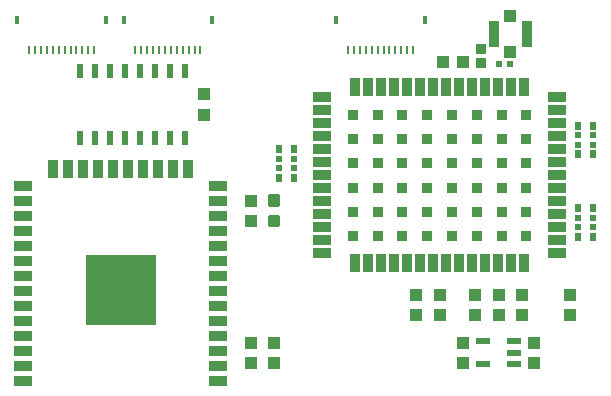
<source format=gtp>
G04 EAGLE Gerber RS-274X export*
G75*
%MOMM*%
%FSLAX34Y34*%
%LPD*%
%INSolderpaste Top*%
%IPPOS*%
%AMOC8*
5,1,8,0,0,1.08239X$1,22.5*%
G01*
%ADD10C,0.300000*%
%ADD11R,1.000000X1.100000*%
%ADD12R,0.900000X0.850000*%
%ADD13R,1.100000X1.000000*%
%ADD14R,0.600000X0.600000*%
%ADD15R,0.850000X1.520000*%
%ADD16R,1.520000X0.850000*%
%ADD17R,0.900000X0.900000*%
%ADD18R,0.550000X0.800000*%
%ADD19R,0.550000X0.500000*%
%ADD20R,1.500000X0.900000*%
%ADD21R,0.900000X1.500000*%
%ADD22R,6.000000X6.000000*%
%ADD23R,0.850000X2.200000*%
%ADD24R,1.000000X1.050000*%
%ADD25R,0.600000X1.200000*%
%ADD26R,0.400000X0.800000*%
%ADD27R,0.250000X0.650000*%
%ADD28R,1.200000X0.550000*%


D10*
X303500Y225270D02*
X296500Y225270D01*
X296500Y232270D01*
X303500Y232270D01*
X303500Y225270D01*
X303500Y228120D02*
X296500Y228120D01*
X296500Y230970D02*
X303500Y230970D01*
X303500Y207730D02*
X296500Y207730D01*
X296500Y214730D01*
X303500Y214730D01*
X303500Y207730D01*
X303500Y210580D02*
X296500Y210580D01*
X296500Y213430D02*
X303500Y213430D01*
D11*
X280000Y211500D03*
X280000Y228500D03*
X510000Y131500D03*
X510000Y148500D03*
X490000Y131500D03*
X490000Y148500D03*
D12*
X475000Y345200D03*
X475000Y356800D03*
D13*
X459500Y346000D03*
X442500Y346000D03*
D11*
X470000Y131500D03*
X470000Y148500D03*
D14*
X500000Y344000D03*
X490000Y344000D03*
D15*
X511500Y324500D03*
X500500Y324500D03*
X489500Y324500D03*
X478500Y324500D03*
X467500Y324500D03*
X456500Y324500D03*
X445500Y324500D03*
X434500Y324500D03*
X423500Y324500D03*
X412500Y324500D03*
X401500Y324500D03*
X390500Y324500D03*
X379500Y324500D03*
X368500Y324500D03*
D16*
X340500Y316000D03*
X340500Y305000D03*
X340500Y294000D03*
X340500Y283000D03*
X340500Y272000D03*
X340500Y261000D03*
X340500Y250000D03*
X340500Y239000D03*
X340500Y228000D03*
X340500Y217000D03*
X340500Y206000D03*
X340500Y195000D03*
X340500Y184000D03*
D15*
X368500Y175500D03*
X379500Y175500D03*
X390500Y175500D03*
X401500Y175500D03*
X412500Y175500D03*
X423500Y175500D03*
X434500Y175500D03*
X445500Y175500D03*
X456500Y175500D03*
X467500Y175500D03*
X478500Y175500D03*
X489500Y175500D03*
X500500Y175500D03*
X511500Y175500D03*
D16*
X539500Y184000D03*
X539500Y195000D03*
X539500Y206000D03*
X539500Y217000D03*
X539500Y228000D03*
X539500Y239000D03*
X539500Y250000D03*
X539500Y261000D03*
X539500Y272000D03*
X539500Y283000D03*
X539500Y294000D03*
X539500Y305000D03*
X539500Y316000D03*
D17*
X450500Y239500D03*
X471500Y239500D03*
X492500Y239500D03*
X513500Y239500D03*
X450500Y219000D03*
X471500Y219000D03*
X492500Y219000D03*
X513500Y219000D03*
X450500Y198500D03*
X471500Y198500D03*
X492500Y198500D03*
X513500Y198500D03*
X450500Y301500D03*
X471500Y301500D03*
X492500Y301500D03*
X513500Y301500D03*
X450500Y281000D03*
X471500Y281000D03*
X492500Y281000D03*
X513500Y281000D03*
X450500Y260500D03*
X471500Y260500D03*
X492500Y260500D03*
X513500Y260500D03*
X366500Y239500D03*
X387500Y239500D03*
X408500Y239500D03*
X429500Y239500D03*
X366500Y219000D03*
X387500Y219000D03*
X408500Y219000D03*
X429500Y219000D03*
X366500Y198500D03*
X387500Y198500D03*
X408500Y198500D03*
X429500Y198500D03*
X366500Y301500D03*
X387500Y301500D03*
X408500Y301500D03*
X429500Y301500D03*
X366500Y281000D03*
X387500Y281000D03*
X408500Y281000D03*
X429500Y281000D03*
X366500Y260500D03*
X387500Y260500D03*
X408500Y260500D03*
X429500Y260500D03*
D11*
X420000Y148500D03*
X420000Y131500D03*
X440000Y131500D03*
X440000Y148500D03*
D18*
X556800Y222000D03*
D19*
X556800Y214000D03*
X556800Y206000D03*
D18*
X556800Y198000D03*
X569800Y198000D03*
D19*
X569800Y206000D03*
X569800Y214000D03*
D18*
X569800Y222000D03*
X556800Y292000D03*
D19*
X556800Y284000D03*
X556800Y276000D03*
D18*
X556800Y268000D03*
X569800Y268000D03*
D19*
X569800Y276000D03*
X569800Y284000D03*
D18*
X569800Y292000D03*
D11*
X550000Y148500D03*
X550000Y131500D03*
X300000Y91500D03*
X300000Y108500D03*
X280000Y91500D03*
X280000Y108500D03*
D20*
X252380Y75700D03*
X252380Y88400D03*
X252380Y101100D03*
X252380Y113800D03*
X252380Y126500D03*
X252380Y139200D03*
X252380Y151900D03*
X252380Y164600D03*
X252380Y177300D03*
X252380Y190000D03*
X252380Y202700D03*
X252380Y215400D03*
X252380Y228100D03*
X252380Y240800D03*
D21*
X227150Y255700D03*
X214450Y255700D03*
X201750Y255700D03*
X189050Y255700D03*
X176350Y255700D03*
X163650Y255700D03*
X150950Y255700D03*
X138250Y255700D03*
X125550Y255700D03*
X112850Y255700D03*
D20*
X87620Y240800D03*
X87620Y228100D03*
X87620Y215400D03*
X87620Y202700D03*
X87620Y190000D03*
X87620Y177300D03*
X87620Y164600D03*
X87620Y151900D03*
X87620Y139200D03*
X87620Y126500D03*
X87620Y113800D03*
X87620Y101100D03*
X87620Y88400D03*
X87620Y75700D03*
D22*
X170000Y152700D03*
D18*
X303800Y272000D03*
D19*
X303800Y264000D03*
X303800Y256000D03*
D18*
X303800Y248000D03*
X316800Y248000D03*
D19*
X316800Y256000D03*
X316800Y264000D03*
D18*
X316800Y272000D03*
D11*
X520000Y91500D03*
X520000Y108500D03*
X460000Y108500D03*
X460000Y91500D03*
D23*
X513750Y370000D03*
X486250Y370000D03*
D24*
X500000Y354750D03*
X500000Y385250D03*
D25*
X224450Y338000D03*
X211750Y338000D03*
X199050Y338000D03*
X186350Y338000D03*
X173650Y338000D03*
X160950Y338000D03*
X148250Y338000D03*
X135550Y338000D03*
X135550Y282000D03*
X148250Y282000D03*
X160950Y282000D03*
X173650Y282000D03*
X186350Y282000D03*
X199050Y282000D03*
X211750Y282000D03*
X224450Y282000D03*
D11*
X240100Y301500D03*
X240100Y318500D03*
D26*
X157500Y381500D03*
D27*
X147500Y356500D03*
X142500Y356500D03*
D26*
X82500Y381500D03*
D27*
X137500Y356500D03*
X132500Y356500D03*
X127500Y356500D03*
X122500Y356500D03*
X117500Y356500D03*
X112500Y356500D03*
X107500Y356500D03*
X102500Y356500D03*
X97500Y356500D03*
X92500Y356500D03*
D26*
X247500Y381500D03*
D27*
X237500Y356500D03*
X232500Y356500D03*
D26*
X172500Y381500D03*
D27*
X227500Y356500D03*
X222500Y356500D03*
X217500Y356500D03*
X212500Y356500D03*
X207500Y356500D03*
X202500Y356500D03*
X197500Y356500D03*
X192500Y356500D03*
X187500Y356500D03*
X182500Y356500D03*
D28*
X503001Y90500D03*
X503001Y100000D03*
X503001Y109500D03*
X476999Y109500D03*
X476999Y90500D03*
D26*
X427500Y381500D03*
D27*
X417500Y356500D03*
X412500Y356500D03*
D26*
X352500Y381500D03*
D27*
X407500Y356500D03*
X402500Y356500D03*
X397500Y356500D03*
X392500Y356500D03*
X387500Y356500D03*
X382500Y356500D03*
X377500Y356500D03*
X372500Y356500D03*
X367500Y356500D03*
X362500Y356500D03*
M02*

</source>
